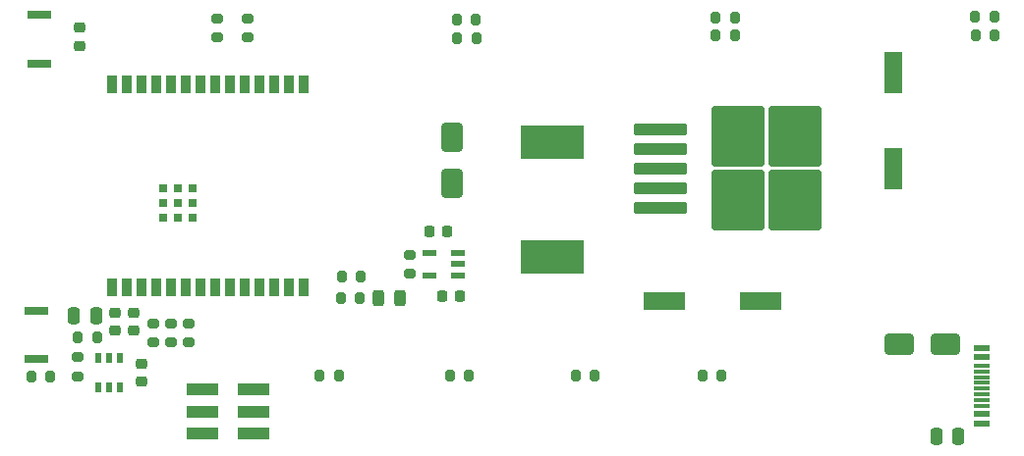
<source format=gbr>
%TF.GenerationSoftware,KiCad,Pcbnew,8.0.1*%
%TF.CreationDate,2024-09-23T14:02:09+05:30*%
%TF.ProjectId,SCARA,53434152-412e-46b6-9963-61645f706362,rev?*%
%TF.SameCoordinates,Original*%
%TF.FileFunction,Paste,Top*%
%TF.FilePolarity,Positive*%
%FSLAX46Y46*%
G04 Gerber Fmt 4.6, Leading zero omitted, Abs format (unit mm)*
G04 Created by KiCad (PCBNEW 8.0.1) date 2024-09-23 14:02:09*
%MOMM*%
%LPD*%
G01*
G04 APERTURE LIST*
G04 Aperture macros list*
%AMRoundRect*
0 Rectangle with rounded corners*
0 $1 Rounding radius*
0 $2 $3 $4 $5 $6 $7 $8 $9 X,Y pos of 4 corners*
0 Add a 4 corners polygon primitive as box body*
4,1,4,$2,$3,$4,$5,$6,$7,$8,$9,$2,$3,0*
0 Add four circle primitives for the rounded corners*
1,1,$1+$1,$2,$3*
1,1,$1+$1,$4,$5*
1,1,$1+$1,$6,$7*
1,1,$1+$1,$8,$9*
0 Add four rect primitives between the rounded corners*
20,1,$1+$1,$2,$3,$4,$5,0*
20,1,$1+$1,$4,$5,$6,$7,0*
20,1,$1+$1,$6,$7,$8,$9,0*
20,1,$1+$1,$8,$9,$2,$3,0*%
G04 Aperture macros list end*
%ADD10RoundRect,0.250000X0.250000X0.475000X-0.250000X0.475000X-0.250000X-0.475000X0.250000X-0.475000X0*%
%ADD11RoundRect,0.200000X0.200000X0.275000X-0.200000X0.275000X-0.200000X-0.275000X0.200000X-0.275000X0*%
%ADD12RoundRect,0.225000X0.250000X-0.225000X0.250000X0.225000X-0.250000X0.225000X-0.250000X-0.225000X0*%
%ADD13RoundRect,0.225000X0.225000X0.250000X-0.225000X0.250000X-0.225000X-0.250000X0.225000X-0.250000X0*%
%ADD14RoundRect,0.250000X-1.000000X-0.650000X1.000000X-0.650000X1.000000X0.650000X-1.000000X0.650000X0*%
%ADD15R,1.450000X0.600000*%
%ADD16R,1.450000X0.300000*%
%ADD17RoundRect,0.243750X0.243750X0.456250X-0.243750X0.456250X-0.243750X-0.456250X0.243750X-0.456250X0*%
%ADD18RoundRect,0.200000X0.275000X-0.200000X0.275000X0.200000X-0.275000X0.200000X-0.275000X-0.200000X0*%
%ADD19R,2.000000X0.800000*%
%ADD20R,1.498600X3.606800*%
%ADD21R,5.400000X2.900000*%
%ADD22R,3.606800X1.498600*%
%ADD23RoundRect,0.200000X-0.200000X-0.275000X0.200000X-0.275000X0.200000X0.275000X-0.200000X0.275000X0*%
%ADD24RoundRect,0.225000X-0.225000X-0.250000X0.225000X-0.250000X0.225000X0.250000X-0.225000X0.250000X0*%
%ADD25RoundRect,0.250000X-0.650000X1.000000X-0.650000X-1.000000X0.650000X-1.000000X0.650000X1.000000X0*%
%ADD26RoundRect,0.225000X-0.250000X0.225000X-0.250000X-0.225000X0.250000X-0.225000X0.250000X0.225000X0*%
%ADD27R,0.508000X0.927100*%
%ADD28R,0.900000X1.500000*%
%ADD29R,0.800000X0.800000*%
%ADD30R,2.800000X1.000000*%
%ADD31RoundRect,0.250000X-2.050000X-0.300000X2.050000X-0.300000X2.050000X0.300000X-2.050000X0.300000X0*%
%ADD32RoundRect,0.250000X-2.025000X-2.375000X2.025000X-2.375000X2.025000X2.375000X-2.025000X2.375000X0*%
%ADD33RoundRect,0.250000X-0.250000X-0.475000X0.250000X-0.475000X0.250000X0.475000X-0.250000X0.475000X0*%
%ADD34R,1.250000X0.600000*%
G04 APERTURE END LIST*
D10*
%TO.C,C10*%
X6809386Y-51174880D03*
X4909386Y-51174880D03*
%TD*%
D11*
%TO.C,R5*%
X2894706Y-56371720D03*
X1244706Y-56371720D03*
%TD*%
D12*
%TO.C,C8*%
X10696786Y-56798740D03*
X10696786Y-55248740D03*
%TD*%
D13*
%TO.C,C3*%
X38196180Y-49430900D03*
X36646180Y-49430900D03*
%TD*%
D14*
%TO.C,D3*%
X75963246Y-53549780D03*
X79963246Y-53549780D03*
%TD*%
D15*
%TO.C,J3*%
X83099426Y-60426900D03*
X83099426Y-59626900D03*
D16*
X83099426Y-58426900D03*
X83099426Y-57426900D03*
X83099426Y-56926900D03*
X83099426Y-55926900D03*
D15*
X83099426Y-54726900D03*
X83099426Y-53926900D03*
X83099426Y-53926900D03*
X83099426Y-54726900D03*
D16*
X83099426Y-55426900D03*
X83099426Y-56426900D03*
X83099426Y-57926900D03*
X83099426Y-58926900D03*
D15*
X83099426Y-59626900D03*
X83099426Y-60426900D03*
%TD*%
D17*
%TO.C,D2*%
X33032940Y-49616360D03*
X31157940Y-49616360D03*
%TD*%
D18*
%TO.C,R8*%
X14831060Y-53436020D03*
X14831060Y-51786020D03*
%TD*%
D11*
%TO.C,R18*%
X49785666Y-56289700D03*
X48135666Y-56289700D03*
%TD*%
D19*
%TO.C,SW2*%
X1898226Y-25155700D03*
X1898226Y-29355700D03*
%TD*%
D20*
%TO.C,C1*%
X75481646Y-30149400D03*
X75481646Y-38455200D03*
%TD*%
D21*
%TO.C,L1*%
X46144180Y-36147200D03*
X46144180Y-46047200D03*
%TD*%
D22*
%TO.C,C2*%
X55768240Y-49834800D03*
X64074040Y-49834800D03*
%TD*%
D23*
%TO.C,R13*%
X37910000Y-27160220D03*
X39560000Y-27160220D03*
%TD*%
D18*
%TO.C,R3*%
X5181206Y-56347090D03*
X5181206Y-54697090D03*
%TD*%
D24*
%TO.C,C4*%
X35515880Y-43830200D03*
X37065880Y-43830200D03*
%TD*%
D11*
%TO.C,R9*%
X29629446Y-47723020D03*
X27979446Y-47723020D03*
%TD*%
D25*
%TO.C,D1*%
X37487860Y-35702240D03*
X37487860Y-39702240D03*
%TD*%
D23*
%TO.C,R17*%
X60180720Y-26921460D03*
X61830720Y-26921460D03*
%TD*%
D18*
%TO.C,R14*%
X17284700Y-27103840D03*
X17284700Y-25453840D03*
%TD*%
%TO.C,R15*%
X19847560Y-27103840D03*
X19847560Y-25453840D03*
%TD*%
%TO.C,R7*%
X13284120Y-53451260D03*
X13284120Y-51801260D03*
%TD*%
D23*
%TO.C,R16*%
X60180720Y-25356820D03*
X61830720Y-25356820D03*
%TD*%
D18*
%TO.C,R1*%
X33811840Y-47494960D03*
X33811840Y-45844960D03*
%TD*%
D11*
%TO.C,R4*%
X6892666Y-52996060D03*
X5242666Y-52996060D03*
%TD*%
D23*
%TO.C,R11*%
X82584366Y-26889940D03*
X84234366Y-26889940D03*
%TD*%
D26*
%TO.C,C7*%
X5418666Y-26277800D03*
X5418666Y-27827800D03*
%TD*%
D27*
%TO.C,U2*%
X8876947Y-54760090D03*
X7926946Y-54760090D03*
X6976945Y-54760090D03*
X6976945Y-57287390D03*
X7926946Y-57287390D03*
X8876947Y-57287390D03*
%TD*%
D28*
%TO.C,U3*%
X8146626Y-48639960D03*
X9416626Y-48639960D03*
X10686626Y-48639960D03*
X11956626Y-48639960D03*
X13226626Y-48639960D03*
X14496626Y-48639960D03*
X15766626Y-48639960D03*
X17036626Y-48639960D03*
X18306626Y-48639960D03*
X19576626Y-48639960D03*
X20846626Y-48639960D03*
X22116626Y-48639960D03*
X23386626Y-48639960D03*
X24656626Y-48639960D03*
X24656626Y-31139960D03*
X23386626Y-31139960D03*
X22116626Y-31139960D03*
X20846626Y-31139960D03*
X19576626Y-31139960D03*
X18306626Y-31139960D03*
X17036626Y-31139960D03*
X15766626Y-31139960D03*
X14496626Y-31139960D03*
X13226626Y-31139960D03*
X11956626Y-31139960D03*
X10686626Y-31139960D03*
X9416626Y-31139960D03*
X8146626Y-31139960D03*
D29*
X12616626Y-42644960D03*
X13866626Y-42644960D03*
X15116626Y-42644960D03*
X12616626Y-41394960D03*
X13866626Y-41394960D03*
X15116626Y-41394960D03*
X12616626Y-40144960D03*
X13866626Y-40144960D03*
X15116626Y-40144960D03*
%TD*%
D30*
%TO.C,LED1*%
X20362206Y-61294320D03*
X15962206Y-61294320D03*
X20362206Y-59394320D03*
X15962206Y-59394320D03*
X20362206Y-57494320D03*
X15962206Y-57494320D03*
%TD*%
D26*
%TO.C,C9*%
X10068166Y-50892640D03*
X10068166Y-52442640D03*
%TD*%
D18*
%TO.C,R6*%
X11725326Y-53457840D03*
X11725326Y-51807840D03*
%TD*%
D23*
%TO.C,R12*%
X37902380Y-25605740D03*
X39552380Y-25605740D03*
%TD*%
D11*
%TO.C,R19*%
X60690966Y-56300600D03*
X59040966Y-56300600D03*
%TD*%
D23*
%TO.C,R10*%
X82556426Y-25332920D03*
X84206426Y-25332920D03*
%TD*%
D26*
%TO.C,C11*%
X8440026Y-50892640D03*
X8440026Y-52442640D03*
%TD*%
D31*
%TO.C,U1*%
X55422800Y-35008560D03*
X55422800Y-36708560D03*
X55422800Y-38408560D03*
D32*
X62147800Y-35633560D03*
X62147800Y-41183560D03*
X66997800Y-35633560D03*
X66997800Y-41183560D03*
D31*
X55422800Y-40108560D03*
X55422800Y-41808560D03*
%TD*%
D11*
%TO.C,R20*%
X27731366Y-56289700D03*
X26081366Y-56289700D03*
%TD*%
D19*
%TO.C,SW1*%
X1635366Y-50680160D03*
X1635366Y-54880160D03*
%TD*%
D33*
%TO.C,C5*%
X79190386Y-61576180D03*
X81090386Y-61576180D03*
%TD*%
D23*
%TO.C,R2*%
X27902640Y-49616360D03*
X29552640Y-49616360D03*
%TD*%
D11*
%TO.C,R21*%
X38933846Y-56289700D03*
X37283846Y-56289700D03*
%TD*%
D34*
%TO.C,IC1*%
X38031420Y-47619960D03*
X38031420Y-46669960D03*
X38031420Y-45719960D03*
X35531420Y-45719960D03*
X35531420Y-47619960D03*
%TD*%
M02*

</source>
